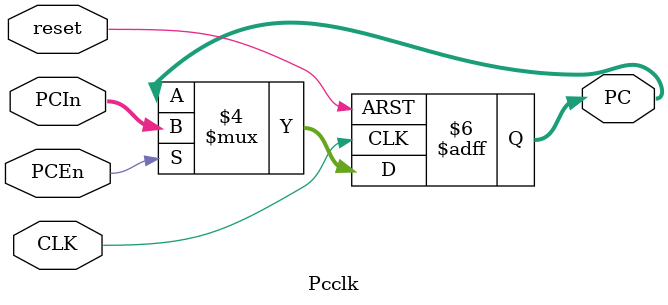
<source format=v>
`timescale 1ns / 1ps


module Pcclk(PCIn,CLK,PCEn,PC,reset

    );
    input CLK,reset,PCEn;
    input [31:0]PCIn;
    output reg[31:0]PC;
    always@(posedge CLK or negedge reset)
    begin
    if(!reset)
    PC=32'b0;
    else
    begin
    if(PCEn)
    PC=PCIn;
    end
    end
endmodule

</source>
